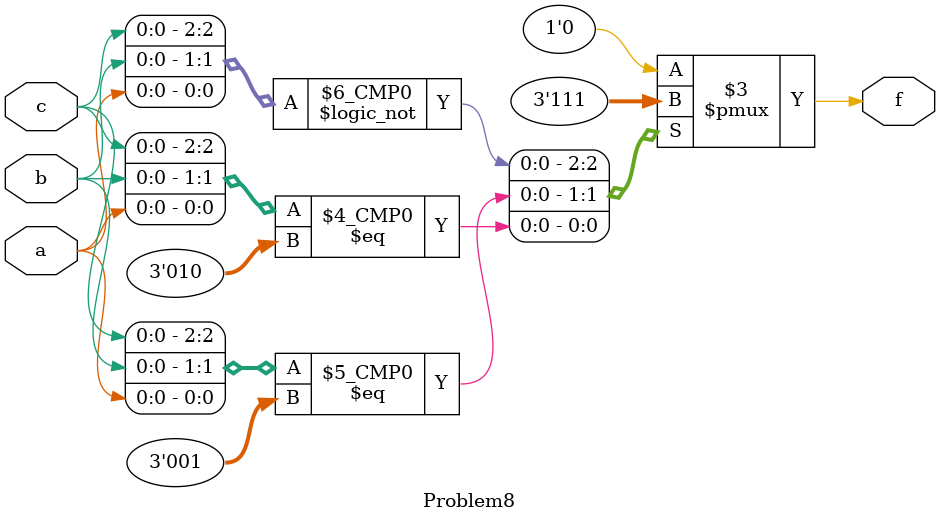
<source format=sv>


module Problem8
	(input a,b,c,
	output logic f);
	
	always_comb
		case({c,b,a}) //if a,b,c is less than 3 then  f=1
		 3'b000: f<=1;
		 3'b001: f<=1;
		 3'b010: f<=1;
		 default f<=0;
		endcase
	
endmodule

</source>
